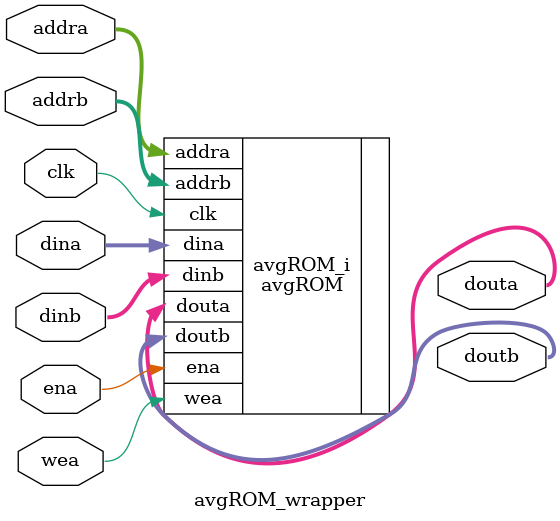
<source format=v>
`timescale 1 ps / 1 ps

module avgROM_wrapper
   (addra,
    addrb,
    clk,
    dina,
    dinb,
    douta,
    doutb,
    ena,
    wea);
  input [13:0]addra;
  input [13:0]addrb;
  input clk;
  input [7:0]dina;
  input [7:0]dinb;
  output [7:0]douta;
  output [7:0]doutb;
  input ena;
  input wea;

  wire [13:0]addra;
  wire [13:0]addrb;
  wire clk;
  wire [7:0]dina;
  wire [7:0]dinb;
  wire [7:0]douta;
  wire [7:0]doutb;
  wire ena;
  wire wea;

  avgROM avgROM_i
       (.addra(addra),
        .addrb(addrb),
        .clk(clk),
        .dina(dina),
        .dinb(dinb),
        .douta(douta),
        .doutb(doutb),
        .ena(ena),
        .wea(wea));
endmodule

</source>
